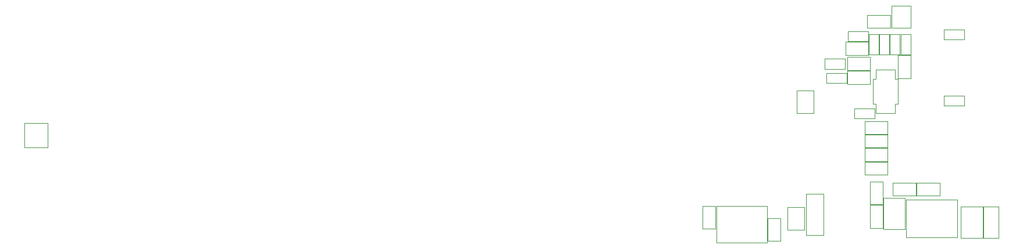
<source format=gbr>
G04 #@! TF.GenerationSoftware,KiCad,Pcbnew,(5.1.2)-1*
G04 #@! TF.CreationDate,2020-09-11T16:18:24+02:00*
G04 #@! TF.ProjectId,AFE_1CH_2V0,4146455f-3143-4485-9f32-56302e6b6963,3.1*
G04 #@! TF.SameCoordinates,Original*
G04 #@! TF.FileFunction,Other,User*
%FSLAX46Y46*%
G04 Gerber Fmt 4.6, Leading zero omitted, Abs format (unit mm)*
G04 Created by KiCad (PCBNEW (5.1.2)-1) date 2020-09-11 16:18:24*
%MOMM*%
%LPD*%
G04 APERTURE LIST*
%ADD10C,0.050000*%
G04 APERTURE END LIST*
D10*
X203379600Y-88506000D02*
X195979600Y-88506000D01*
X203379600Y-83106000D02*
X203379600Y-88506000D01*
X195979600Y-83106000D02*
X203379600Y-83106000D01*
X195979600Y-88506000D02*
X195979600Y-83106000D01*
X203469200Y-84883200D02*
X203469200Y-88243200D01*
X205369200Y-84883200D02*
X203469200Y-84883200D01*
X205369200Y-88243200D02*
X205369200Y-84883200D01*
X203469200Y-88243200D02*
X205369200Y-88243200D01*
X193944200Y-83110000D02*
X193944200Y-86470000D01*
X195844200Y-83110000D02*
X193944200Y-83110000D01*
X195844200Y-86470000D02*
X195844200Y-83110000D01*
X193944200Y-86470000D02*
X195844200Y-86470000D01*
X210190400Y-69620400D02*
X210190400Y-66320400D01*
X210190400Y-69620400D02*
X207690400Y-69620400D01*
X207690400Y-66320400D02*
X210190400Y-66320400D01*
X207690400Y-66320400D02*
X207690400Y-69620400D01*
X206318800Y-83287600D02*
X206318800Y-86587600D01*
X206318800Y-83287600D02*
X208818800Y-83287600D01*
X208818800Y-86587600D02*
X206318800Y-86587600D01*
X208818800Y-86587600D02*
X208818800Y-83287600D01*
X218142000Y-59099200D02*
X218142000Y-57639200D01*
X218142000Y-57639200D02*
X215182000Y-57639200D01*
X215182000Y-57639200D02*
X215182000Y-59099200D01*
X215182000Y-59099200D02*
X218142000Y-59099200D01*
X211727600Y-63112400D02*
X214687600Y-63112400D01*
X211727600Y-61652400D02*
X211727600Y-63112400D01*
X214687600Y-61652400D02*
X211727600Y-61652400D01*
X214687600Y-63112400D02*
X214687600Y-61652400D01*
X214941600Y-65195200D02*
X214941600Y-63735200D01*
X214941600Y-63735200D02*
X211981600Y-63735200D01*
X211981600Y-63735200D02*
X211981600Y-65195200D01*
X211981600Y-65195200D02*
X214941600Y-65195200D01*
X221339200Y-57134800D02*
X221339200Y-55234800D01*
X221339200Y-55234800D02*
X217979200Y-55234800D01*
X217979200Y-55234800D02*
X217979200Y-57134800D01*
X217979200Y-57134800D02*
X221339200Y-57134800D01*
X234846000Y-87763700D02*
X237086000Y-87763700D01*
X237086000Y-87763700D02*
X237086000Y-83203700D01*
X237086000Y-83203700D02*
X234846000Y-83203700D01*
X234846000Y-83203700D02*
X234846000Y-87763700D01*
X231592000Y-87763700D02*
X234752000Y-87763700D01*
X234752000Y-87763700D02*
X234752000Y-83203700D01*
X234752000Y-83203700D02*
X231592000Y-83203700D01*
X231592000Y-83203700D02*
X231592000Y-87763700D01*
X218353600Y-82896500D02*
X220253600Y-82896500D01*
X220253600Y-82896500D02*
X220253600Y-79536500D01*
X220253600Y-79536500D02*
X218353600Y-79536500D01*
X218353600Y-79536500D02*
X218353600Y-82896500D01*
X220314400Y-81933700D02*
X220314400Y-86493700D01*
X223474400Y-81933700D02*
X220314400Y-81933700D01*
X223474400Y-86493700D02*
X223474400Y-81933700D01*
X220314400Y-86493700D02*
X223474400Y-86493700D01*
X228502000Y-79707700D02*
X225142000Y-79707700D01*
X228502000Y-81607700D02*
X228502000Y-79707700D01*
X225142000Y-81607700D02*
X228502000Y-81607700D01*
X225142000Y-79707700D02*
X225142000Y-81607700D01*
X218353600Y-86350900D02*
X220253600Y-86350900D01*
X220253600Y-86350900D02*
X220253600Y-82990900D01*
X220253600Y-82990900D02*
X218353600Y-82990900D01*
X218353600Y-82990900D02*
X218353600Y-86350900D01*
X98677200Y-71046400D02*
X95277200Y-71046400D01*
X95277200Y-71046400D02*
X95277200Y-74546400D01*
X95277200Y-74546400D02*
X98677200Y-74546400D01*
X98677200Y-74546400D02*
X98677200Y-71046400D01*
X220932800Y-70728800D02*
X217572800Y-70728800D01*
X220932800Y-72628800D02*
X220932800Y-70728800D01*
X217572800Y-72628800D02*
X220932800Y-72628800D01*
X217572800Y-70728800D02*
X217572800Y-72628800D01*
X217572800Y-72710000D02*
X217572800Y-74610000D01*
X217572800Y-74610000D02*
X220932800Y-74610000D01*
X220932800Y-74610000D02*
X220932800Y-72710000D01*
X220932800Y-72710000D02*
X217572800Y-72710000D01*
X220932800Y-74691200D02*
X217572800Y-74691200D01*
X220932800Y-76591200D02*
X220932800Y-74691200D01*
X217572800Y-76591200D02*
X220932800Y-76591200D01*
X217572800Y-74691200D02*
X217572800Y-76591200D01*
X217572800Y-76672400D02*
X217572800Y-78572400D01*
X217572800Y-78572400D02*
X220932800Y-78572400D01*
X220932800Y-78572400D02*
X220932800Y-76672400D01*
X220932800Y-76672400D02*
X217572800Y-76672400D01*
X218218000Y-61068400D02*
X219678000Y-61068400D01*
X219678000Y-61068400D02*
X219678000Y-58108400D01*
X219678000Y-58108400D02*
X218218000Y-58108400D01*
X218218000Y-58108400D02*
X218218000Y-61068400D01*
X221202000Y-61068400D02*
X221202000Y-58108400D01*
X219742000Y-61068400D02*
X221202000Y-61068400D01*
X219742000Y-58108400D02*
X219742000Y-61068400D01*
X221202000Y-58108400D02*
X219742000Y-58108400D01*
X221266000Y-58082900D02*
X221266000Y-61042900D01*
X222726000Y-58082900D02*
X221266000Y-58082900D01*
X222726000Y-61042900D02*
X222726000Y-58082900D01*
X221266000Y-61042900D02*
X222726000Y-61042900D01*
X222417600Y-61108800D02*
X222417600Y-64468800D01*
X224317600Y-61108800D02*
X222417600Y-61108800D01*
X224317600Y-64468800D02*
X224317600Y-61108800D01*
X222417600Y-64468800D02*
X224317600Y-64468800D01*
X214778800Y-61097200D02*
X218138800Y-61097200D01*
X214778800Y-59197200D02*
X214778800Y-61097200D01*
X218138800Y-59197200D02*
X214778800Y-59197200D01*
X218138800Y-61097200D02*
X218138800Y-59197200D01*
X218392800Y-63281600D02*
X218392800Y-61381600D01*
X218392800Y-61381600D02*
X215032800Y-61381600D01*
X215032800Y-61381600D02*
X215032800Y-63281600D01*
X215032800Y-63281600D02*
X218392800Y-63281600D01*
X218392800Y-65313600D02*
X218392800Y-63413600D01*
X218392800Y-63413600D02*
X215032800Y-63413600D01*
X215032800Y-63413600D02*
X215032800Y-65313600D01*
X215032800Y-65313600D02*
X218392800Y-65313600D01*
X224300800Y-58057600D02*
X222840800Y-58057600D01*
X222840800Y-58057600D02*
X222840800Y-61017600D01*
X222840800Y-61017600D02*
X224300800Y-61017600D01*
X224300800Y-61017600D02*
X224300800Y-58057600D01*
X221659900Y-79707700D02*
X221659900Y-81607700D01*
X221659900Y-81607700D02*
X225019900Y-81607700D01*
X225019900Y-81607700D02*
X225019900Y-79707700D01*
X225019900Y-79707700D02*
X221659900Y-79707700D01*
X222043500Y-63213501D02*
X219205300Y-63213501D01*
X219205300Y-63213501D02*
X219205300Y-64592200D01*
X219205300Y-64592200D02*
X218821000Y-64592200D01*
X218821000Y-64592200D02*
X218821000Y-68199000D01*
X218821000Y-68199000D02*
X219205300Y-68199000D01*
X219205300Y-68199000D02*
X219205300Y-69577699D01*
X219205300Y-69577699D02*
X222043500Y-69577699D01*
X222043500Y-69577699D02*
X222043500Y-68199000D01*
X222043500Y-68199000D02*
X222427800Y-68199000D01*
X222427800Y-68199000D02*
X222427800Y-64592200D01*
X222427800Y-64592200D02*
X222043500Y-64592200D01*
X222043500Y-64592200D02*
X222043500Y-63213501D01*
X224259600Y-57160000D02*
X221459600Y-57160000D01*
X221459600Y-53960000D02*
X224259600Y-53960000D01*
X221459600Y-53960000D02*
X221459600Y-57160000D01*
X224259600Y-53960000D02*
X224259600Y-57160000D01*
X223621600Y-82219800D02*
X223621600Y-87731600D01*
X223621600Y-87731600D02*
X231038400Y-87731600D01*
X231038400Y-87731600D02*
X231038400Y-82219800D01*
X231038400Y-82219800D02*
X223621600Y-82219800D01*
X219005600Y-70326000D02*
X219005600Y-68866000D01*
X219005600Y-68866000D02*
X216045600Y-68866000D01*
X216045600Y-68866000D02*
X216045600Y-70326000D01*
X216045600Y-70326000D02*
X219005600Y-70326000D01*
X209042000Y-81348000D02*
X209042000Y-87328000D01*
X209042000Y-81348000D02*
X211562000Y-81348000D01*
X211562000Y-87328000D02*
X209042000Y-87328000D01*
X211562000Y-87328000D02*
X211562000Y-81348000D01*
X229088500Y-58832500D02*
X232048500Y-58832500D01*
X229088500Y-57372500D02*
X229088500Y-58832500D01*
X232048500Y-57372500D02*
X229088500Y-57372500D01*
X232048500Y-58832500D02*
X232048500Y-57372500D01*
X229088500Y-67024500D02*
X229088500Y-68484500D01*
X229088500Y-68484500D02*
X232048500Y-68484500D01*
X232048500Y-68484500D02*
X232048500Y-67024500D01*
X232048500Y-67024500D02*
X229088500Y-67024500D01*
M02*

</source>
